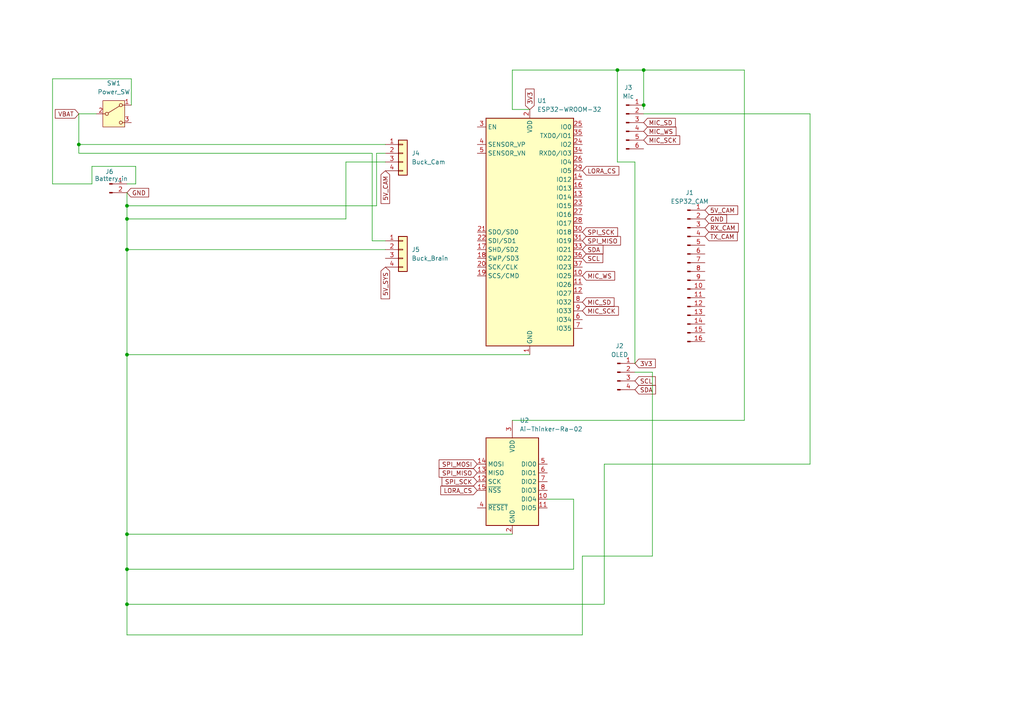
<source format=kicad_sch>
(kicad_sch (version 20250114) (generator "eeschema") (generator_version "9.0")
  (paper "A4")
  (lib_symbols
    (symbol "Connector:Conn_01x02_Pin" (pin_names (offset 1.016) (hide yes))
      (property "Reference" "J" (at 0 2.54 0))
      (property "Value" "Conn_01x02_Pin" (at 0 -5.08 0))
      (symbol "Conn_01x02_Pin_1_1"
        (rectangle (start 0.8636 0.127) (end 0 -0.127) (stroke (width 0.1524)) (fill (type outline)))
        (rectangle (start 0.8636 -2.413) (end 0 -2.667) (stroke (width 0.1524)) (fill (type outline)))
        (polyline (pts (xy 1.27 0) (xy 0.8636 0)) (stroke (width 0.1524)))
        (polyline (pts (xy 1.27 -2.54) (xy 0.8636 -2.54)) (stroke (width 0.1524)))
        (pin passive line (at 5.08 0 180) (length 3.81) (name "Pin_1") (number "1"))
        (pin passive line (at 5.08 -2.54 180) (length 3.81) (name "Pin_2") (number "2"))
      )
    )
    (symbol "Connector:Conn_01x04_Pin" (pin_names (offset 1.016) (hide yes))
      (property "Reference" "J" (at 0 5.08 0))
      (property "Value" "Conn_01x04_Pin" (at 0 -7.62 0))
      (symbol "Conn_01x04_Pin_1_1"
        (rectangle (start 0.8636 2.667) (end 0 2.413) (stroke (width 0.1524)) (fill (type outline)))
        (rectangle (start 0.8636 0.127) (end 0 -0.127) (stroke (width 0.1524)) (fill (type outline)))
        (rectangle (start 0.8636 -2.413) (end 0 -2.667) (stroke (width 0.1524)) (fill (type outline)))
        (rectangle (start 0.8636 -4.953) (end 0 -5.207) (stroke (width 0.1524)) (fill (type outline)))
        (polyline (pts (xy 1.27 2.54) (xy 0.8636 2.54)) (stroke (width 0.1524)))
        (polyline (pts (xy 1.27 0) (xy 0.8636 0)) (stroke (width 0.1524)))
        (polyline (pts (xy 1.27 -2.54) (xy 0.8636 -2.54)) (stroke (width 0.1524)))
        (polyline (pts (xy 1.27 -5.08) (xy 0.8636 -5.08)) (stroke (width 0.1524)))
        (pin passive line (at 5.08 2.54 180) (length 3.81) (name "Pin_1") (number "1"))
        (pin passive line (at 5.08 0 180) (length 3.81) (name "Pin_2") (number "2"))
        (pin passive line (at 5.08 -2.54 180) (length 3.81) (name "Pin_3") (number "3"))
        (pin passive line (at 5.08 -5.08 180) (length 3.81) (name "Pin_4") (number "4"))
      )
    )
    (symbol "Connector:Conn_01x06_Pin" (pin_names (offset 1.016) (hide yes))
      (property "Reference" "J" (at 0 7.62 0))
      (property "Value" "Conn_01x06_Pin" (at 0 -10.16 0))
      (symbol "Conn_01x06_Pin_1_1"
        (rectangle (start 0.8636 5.207) (end 0 4.953) (stroke (width 0.1524)) (fill (type outline)))
        (rectangle (start 0.8636 2.667) (end 0 2.413) (stroke (width 0.1524)) (fill (type outline)))
        (rectangle (start 0.8636 0.127) (end 0 -0.127) (stroke (width 0.1524)) (fill (type outline)))
        (rectangle (start 0.8636 -2.413) (end 0 -2.667) (stroke (width 0.1524)) (fill (type outline)))
        (rectangle (start 0.8636 -4.953) (end 0 -5.207) (stroke (width 0.1524)) (fill (type outline)))
        (rectangle (start 0.8636 -7.493) (end 0 -7.747) (stroke (width 0.1524)) (fill (type outline)))
        (polyline (pts (xy 1.27 5.08) (xy 0.8636 5.08)) (stroke (width 0.1524)))
        (polyline (pts (xy 1.27 2.54) (xy 0.8636 2.54)) (stroke (width 0.1524)))
        (polyline (pts (xy 1.27 0) (xy 0.8636 0)) (stroke (width 0.1524)))
        (polyline (pts (xy 1.27 -2.54) (xy 0.8636 -2.54)) (stroke (width 0.1524)))
        (polyline (pts (xy 1.27 -5.08) (xy 0.8636 -5.08)) (stroke (width 0.1524)))
        (polyline (pts (xy 1.27 -7.62) (xy 0.8636 -7.62)) (stroke (width 0.1524)))
        (pin passive line (at 5.08 5.08 180) (length 3.81) (name "Pin_1") (number "1"))
        (pin passive line (at 5.08 2.54 180) (length 3.81) (name "Pin_2") (number "2"))
        (pin passive line (at 5.08 0 180) (length 3.81) (name "Pin_3") (number "3"))
        (pin passive line (at 5.08 -2.54 180) (length 3.81) (name "Pin_4") (number "4"))
        (pin passive line (at 5.08 -5.08 180) (length 3.81) (name "Pin_5") (number "5"))
        (pin passive line (at 5.08 -7.62 180) (length 3.81) (name "Pin_6") (number "6"))
      )
    )
    (symbol "Connector:Conn_01x16_Pin" (pin_names (offset 1.016) (hide yes))
      (property "Reference" "J" (at 0 20.32 0))
      (property "Value" "Conn_01x16_Pin" (at 0 -22.86 0))
      (symbol "Conn_01x16_Pin_1_1"
        (rectangle (start 0.8636 17.907) (end 0 17.653) (stroke (width 0.1524)) (fill (type outline)))
        (rectangle (start 0.8636 15.367) (end 0 15.113) (stroke (width 0.1524)) (fill (type outline)))
        (rectangle (start 0.8636 12.827) (end 0 12.573) (stroke (width 0.1524)) (fill (type outline)))
        (rectangle (start 0.8636 10.287) (end 0 10.033) (stroke (width 0.1524)) (fill (type outline)))
        (rectangle (start 0.8636 7.747) (end 0 7.493) (stroke (width 0.1524)) (fill (type outline)))
        (rectangle (start 0.8636 5.207) (end 0 4.953) (stroke (width 0.1524)) (fill (type outline)))
        (rectangle (start 0.8636 2.667) (end 0 2.413) (stroke (width 0.1524)) (fill (type outline)))
        (rectangle (start 0.8636 0.127) (end 0 -0.127) (stroke (width 0.1524)) (fill (type outline)))
        (rectangle (start 0.8636 -2.413) (end 0 -2.667) (stroke (width 0.1524)) (fill (type outline)))
        (rectangle (start 0.8636 -4.953) (end 0 -5.207) (stroke (width 0.1524)) (fill (type outline)))
        (rectangle (start 0.8636 -7.493) (end 0 -7.747) (stroke (width 0.1524)) (fill (type outline)))
        (rectangle (start 0.8636 -10.033) (end 0 -10.287) (stroke (width 0.1524)) (fill (type outline)))
        (rectangle (start 0.8636 -12.573) (end 0 -12.827) (stroke (width 0.1524)) (fill (type outline)))
        (rectangle (start 0.8636 -15.113) (end 0 -15.367) (stroke (width 0.1524)) (fill (type outline)))
        (rectangle (start 0.8636 -17.653) (end 0 -17.907) (stroke (width 0.1524)) (fill (type outline)))
        (rectangle (start 0.8636 -20.193) (end 0 -20.447) (stroke (width 0.1524)) (fill (type outline)))
        (polyline (pts (xy 1.27 17.78) (xy 0.8636 17.78)) (stroke (width 0.1524)))
        (polyline (pts (xy 1.27 15.24) (xy 0.8636 15.24)) (stroke (width 0.1524)))
        (polyline (pts (xy 1.27 12.7) (xy 0.8636 12.7)) (stroke (width 0.1524)))
        (polyline (pts (xy 1.27 10.16) (xy 0.8636 10.16)) (stroke (width 0.1524)))
        (polyline (pts (xy 1.27 7.62) (xy 0.8636 7.62)) (stroke (width 0.1524)))
        (polyline (pts (xy 1.27 5.08) (xy 0.8636 5.08)) (stroke (width 0.1524)))
        (polyline (pts (xy 1.27 2.54) (xy 0.8636 2.54)) (stroke (width 0.1524)))
        (polyline (pts (xy 1.27 0) (xy 0.8636 0)) (stroke (width 0.1524)))
        (polyline (pts (xy 1.27 -2.54) (xy 0.8636 -2.54)) (stroke (width 0.1524)))
        (polyline (pts (xy 1.27 -5.08) (xy 0.8636 -5.08)) (stroke (width 0.1524)))
        (polyline (pts (xy 1.27 -7.62) (xy 0.8636 -7.62)) (stroke (width 0.1524)))
        (polyline (pts (xy 1.27 -10.16) (xy 0.8636 -10.16)) (stroke (width 0.1524)))
        (polyline (pts (xy 1.27 -12.7) (xy 0.8636 -12.7)) (stroke (width 0.1524)))
        (polyline (pts (xy 1.27 -15.24) (xy 0.8636 -15.24)) (stroke (width 0.1524)))
        (polyline (pts (xy 1.27 -17.78) (xy 0.8636 -17.78)) (stroke (width 0.1524)))
        (polyline (pts (xy 1.27 -20.32) (xy 0.8636 -20.32)) (stroke (width 0.1524)))
        (pin passive line (at 5.08 17.78 180) (length 3.81) (name "Pin_1") (number "1"))
        (pin passive line (at 5.08 15.24 180) (length 3.81) (name "Pin_2") (number "2"))
        (pin passive line (at 5.08 12.7 180) (length 3.81) (name "Pin_3") (number "3"))
        (pin passive line (at 5.08 10.16 180) (length 3.81) (name "Pin_4") (number "4"))
        (pin passive line (at 5.08 7.62 180) (length 3.81) (name "Pin_5") (number "5"))
        (pin passive line (at 5.08 5.08 180) (length 3.81) (name "Pin_6") (number "6"))
        (pin passive line (at 5.08 2.54 180) (length 3.81) (name "Pin_7") (number "7"))
        (pin passive line (at 5.08 0 180) (length 3.81) (name "Pin_8") (number "8"))
        (pin passive line (at 5.08 -2.54 180) (length 3.81) (name "Pin_9") (number "9"))
        (pin passive line (at 5.08 -5.08 180) (length 3.81) (name "Pin_10") (number "10"))
        (pin passive line (at 5.08 -7.62 180) (length 3.81) (name "Pin_11") (number "11"))
        (pin passive line (at 5.08 -10.16 180) (length 3.81) (name "Pin_12") (number "12"))
        (pin passive line (at 5.08 -12.7 180) (length 3.81) (name "Pin_13") (number "13"))
        (pin passive line (at 5.08 -15.24 180) (length 3.81) (name "Pin_14") (number "14"))
        (pin passive line (at 5.08 -17.78 180) (length 3.81) (name "Pin_15") (number "15"))
        (pin passive line (at 5.08 -20.32 180) (length 3.81) (name "Pin_16") (number "16"))
      )
    )
    (symbol "Connector_Generic:Conn_01x04" (pin_names (offset 1.016) (hide yes))
      (property "Reference" "J" (at 0 5.08 0))
      (property "Value" "Conn_01x04" (at 0 -7.62 0))
      (symbol "Conn_01x04_1_1"
        (rectangle (start -1.27 3.81) (end 1.27 -6.35) (stroke (width 0.254)) (fill (type background)))
        (rectangle (start -1.27 2.667) (end 0 2.413) (stroke (width 0.1524)))
        (rectangle (start -1.27 0.127) (end 0 -0.127) (stroke (width 0.1524)))
        (rectangle (start -1.27 -2.413) (end 0 -2.667) (stroke (width 0.1524)))
        (rectangle (start -1.27 -4.953) (end 0 -5.207) (stroke (width 0.1524)))
        (pin passive line (at -5.08 2.54 0) (length 3.81) (name "Pin_1") (number "1"))
        (pin passive line (at -5.08 0 0) (length 3.81) (name "Pin_2") (number "2"))
        (pin passive line (at -5.08 -2.54 0) (length 3.81) (name "Pin_3") (number "3"))
        (pin passive line (at -5.08 -5.08 0) (length 3.81) (name "Pin_4") (number "4"))
      )
    )
    (symbol "RF_Module:Ai-Thinker-Ra-02"
      (property "Reference" "U" (at 2.54 19.05 0))
      (property "Value" "Ai-Thinker-Ra-02" (at 13.97 -15.24 0))
      (symbol "Ai-Thinker-Ra-02_0_1"
        (rectangle (start -7.62 12.7) (end 7.62 -12.7) (stroke (width 0.254)) (fill (type background)))
      )
      (symbol "Ai-Thinker-Ra-02_1_1"
        (pin input line (at -10.16 5.08 0) (length 2.54) (name "MOSI") (number "14"))
        (pin output line (at -10.16 2.54 0) (length 2.54) (name "MISO") (number "13"))
        (pin input line (at -10.16 0 0) (length 2.54) (name "SCK") (number "12"))
        (pin input line (at -10.16 -2.54 0) (length 2.54) (name "~{NSS}") (number "15"))
        (pin input line (at -10.16 -7.62 0) (length 2.54) (name "~{RESET}") (number "4"))
        (pin power_in line (at 0 17.78 270) (length 5.08) (name "VDD") (number "3"))
        (pin passive line (at 0 -15.24 90) (length 2.54) (hide yes) (name "GND") (number "1"))
        (pin passive line (at 0 -15.24 90) (length 2.54) (hide yes) (name "GND") (number "16"))
        (pin power_in line (at 0 -15.24 90) (length 2.54) (name "GND") (number "2"))
        (pin passive line (at 0 -15.24 90) (length 2.54) (hide yes) (name "GND") (number "9"))
        (pin bidirectional line (at 10.16 5.08 180) (length 2.54) (name "DIO0") (number "5"))
        (pin bidirectional line (at 10.16 2.54 180) (length 2.54) (name "DIO1") (number "6"))
        (pin bidirectional line (at 10.16 0 180) (length 2.54) (name "DIO2") (number "7"))
        (pin bidirectional line (at 10.16 -2.54 180) (length 2.54) (name "DIO3") (number "8"))
        (pin bidirectional line (at 10.16 -5.08 180) (length 2.54) (name "DIO4") (number "10"))
        (pin bidirectional line (at 10.16 -7.62 180) (length 2.54) (name "DIO5") (number "11"))
      )
    )
    (symbol "RF_Module:ESP32-WROOM-32"
      (property "Reference" "U" (at -12.7 34.29 0))
      (property "Value" "ESP32-WROOM-32" (at 1.27 34.29 0))
      (symbol "ESP32-WROOM-32_0_1"
        (rectangle (start -12.7 33.02) (end 12.7 -33.02) (stroke (width 0.254)) (fill (type background)))
      )
      (symbol "ESP32-WROOM-32_1_1"
        (pin input line (at -15.24 30.48 0) (length 2.54) (name "EN") (number "3"))
        (pin input line (at -15.24 25.4 0) (length 2.54) (name "SENSOR_VP") (number "4"))
        (pin input line (at -15.24 22.86 0) (length 2.54) (name "SENSOR_VN") (number "5"))
        (pin bidirectional line (at -15.24 0 0) (length 2.54) (name "SDO/SD0") (number "21"))
        (pin bidirectional line (at -15.24 -2.54 0) (length 2.54) (name "SDI/SD1") (number "22"))
        (pin bidirectional line (at -15.24 -5.08 0) (length 2.54) (name "SHD/SD2") (number "17"))
        (pin bidirectional line (at -15.24 -7.62 0) (length 2.54) (name "SWP/SD3") (number "18"))
        (pin bidirectional line (at -15.24 -10.16 0) (length 2.54) (name "SCK/CLK") (number "20"))
        (pin bidirectional line (at -15.24 -12.7 0) (length 2.54) (name "SCS/CMD") (number "19"))
        (pin no_connect line (at -12.7 -27.94 0) (length 2.54) (hide yes) (name "NC") (number "32"))
        (pin power_in line (at 0 35.56 270) (length 2.54) (name "VDD") (number "2"))
        (pin power_in line (at 0 -35.56 90) (length 2.54) (name "GND") (number "1"))
        (pin passive line (at 0 -35.56 90) (length 2.54) (hide yes) (name "GND") (number "15"))
        (pin passive line (at 0 -35.56 90) (length 2.54) (hide yes) (name "GND") (number "38"))
        (pin passive line (at 0 -35.56 90) (length 2.54) (hide yes) (name "GND") (number "39"))
        (pin bidirectional line (at 15.24 30.48 180) (length 2.54) (name "IO0") (number "25"))
        (pin bidirectional line (at 15.24 27.94 180) (length 2.54) (name "TXD0/IO1") (number "35"))
        (pin bidirectional line (at 15.24 25.4 180) (length 2.54) (name "IO2") (number "24"))
        (pin bidirectional line (at 15.24 22.86 180) (length 2.54) (name "RXD0/IO3") (number "34"))
        (pin bidirectional line (at 15.24 20.32 180) (length 2.54) (name "IO4") (number "26"))
        (pin bidirectional line (at 15.24 17.78 180) (length 2.54) (name "IO5") (number "29"))
        (pin bidirectional line (at 15.24 15.24 180) (length 2.54) (name "IO12") (number "14"))
        (pin bidirectional line (at 15.24 12.7 180) (length 2.54) (name "IO13") (number "16"))
        (pin bidirectional line (at 15.24 10.16 180) (length 2.54) (name "IO14") (number "13"))
        (pin bidirectional line (at 15.24 7.62 180) (length 2.54) (name "IO15") (number "23"))
        (pin bidirectional line (at 15.24 5.08 180) (length 2.54) (name "IO16") (number "27"))
        (pin bidirectional line (at 15.24 2.54 180) (length 2.54) (name "IO17") (number "28"))
        (pin bidirectional line (at 15.24 0 180) (length 2.54) (name "IO18") (number "30"))
        (pin bidirectional line (at 15.24 -2.54 180) (length 2.54) (name "IO19") (number "31"))
        (pin bidirectional line (at 15.24 -5.08 180) (length 2.54) (name "IO21") (number "33"))
        (pin bidirectional line (at 15.24 -7.62 180) (length 2.54) (name "IO22") (number "36"))
        (pin bidirectional line (at 15.24 -10.16 180) (length 2.54) (name "IO23") (number "37"))
        (pin bidirectional line (at 15.24 -12.7 180) (length 2.54) (name "IO25") (number "10"))
        (pin bidirectional line (at 15.24 -15.24 180) (length 2.54) (name "IO26") (number "11"))
        (pin bidirectional line (at 15.24 -17.78 180) (length 2.54) (name "IO27") (number "12"))
        (pin bidirectional line (at 15.24 -20.32 180) (length 2.54) (name "IO32") (number "8"))
        (pin bidirectional line (at 15.24 -22.86 180) (length 2.54) (name "IO33") (number "9"))
        (pin input line (at 15.24 -25.4 180) (length 2.54) (name "IO34") (number "6"))
        (pin input line (at 15.24 -27.94 180) (length 2.54) (name "IO35") (number "7"))
      )
    )
    (symbol "Switch:SW_SPDT" (pin_names (offset 0) (hide yes))
      (property "Reference" "SW" (at 0 5.08 0))
      (property "Value" "SW_SPDT" (at 0 -5.08 0))
      (symbol "SW_SPDT_0_1"
        (circle (center -2.032 0) (radius 0.4572))
        (polyline (pts (xy -1.651 0.254) (xy 1.651 2.286)))
        (circle (center 2.032 2.54) (radius 0.4572))
        (circle (center 2.032 -2.54) (radius 0.4572))
      )
      (symbol "SW_SPDT_1_1"
        (rectangle (start -3.175 3.81) (end 3.175 -3.81) (fill (type background)))
        (pin passive line (at -5.08 0 0) (length 2.54) (name "B") (number "2"))
        (pin passive line (at 5.08 2.54 180) (length 2.54) (name "A") (number "1"))
        (pin passive line (at 5.08 -2.54 180) (length 2.54) (name "C") (number "3"))
      )
    )
  )
  (junction (at 36.83 165.1))
  (junction (at 36.83 63.5))
  (junction (at 22.86 41.91))
  (junction (at 179.07 20.32))
  (junction (at 36.83 72.39))
  (junction (at 36.83 59.69))
  (junction (at 36.83 175.26))
  (junction (at 186.69 30.48))
  (junction (at 186.69 20.32))
  (junction (at 36.83 102.87))
  (junction (at 36.83 154.94))
  (wire (pts (xy 107.95 44.45) (xy 22.86 44.45)))
  (wire (pts (xy 186.69 30.48) (xy 186.69 31.75)))
  (wire (pts (xy 15.24 22.86) (xy 38.1 22.86)))
  (wire (pts (xy 26.67 53.34) (xy 26.67 48.26)))
  (wire (pts (xy 100.33 63.5) (xy 36.83 63.5)))
  (wire (pts (xy 168.91 161.29) (xy 168.91 184.15)))
  (wire (pts (xy 186.69 20.32) (xy 186.69 30.48)))
  (wire (pts (xy -38.1 72.39) (xy -38.1 76.2)))
  (wire (pts (xy 153.67 102.87) (xy 36.83 102.87)))
  (wire (pts (xy 168.91 161.29) (xy 189.23 161.29)))
  (wire (pts (xy 166.37 144.78) (xy 166.37 165.1)))
  (wire (pts (xy 109.22 44.45) (xy 109.22 59.69)))
  (wire (pts (xy 234.95 134.62) (xy 234.95 33.02)))
  (wire (pts (xy 158.75 144.78) (xy 166.37 144.78)))
  (wire (pts (xy 100.33 46.99) (xy 100.33 63.5)))
  (wire (pts (xy 184.15 107.95) (xy 189.23 107.95)))
  (wire (pts (xy 148.59 31.75) (xy 153.67 31.75)))
  (wire (pts (xy 26.67 48.26) (xy 39.37 48.26)))
  (wire (pts (xy 111.76 46.99) (xy 100.33 46.99)))
  (wire (pts (xy 36.83 165.1) (xy 36.83 175.26)))
  (wire (pts (xy 111.76 41.91) (xy 22.86 41.91)))
  (wire (pts (xy 189.23 107.95) (xy 189.23 161.29)))
  (wire (pts (xy 186.69 20.32) (xy 215.9 20.32)))
  (wire (pts (xy 184.15 105.41) (xy 184.15 46.99)))
  (wire (pts (xy 22.86 33.02) (xy 27.94 33.02)))
  (wire (pts (xy 15.24 22.86) (xy 15.24 53.34)))
  (wire (pts (xy 36.83 175.26) (xy 175.26 175.26)))
  (wire (pts (xy 38.1 22.86) (xy 38.1 30.48)))
  (wire (pts (xy 22.86 33.02) (xy 22.86 41.91)))
  (wire (pts (xy 109.22 59.69) (xy 36.83 59.69)))
  (wire (pts (xy 36.83 63.5) (xy 36.83 72.39)))
  (wire (pts (xy 36.83 72.39) (xy 36.83 102.87)))
  (wire (pts (xy 166.37 165.1) (xy 36.83 165.1)))
  (wire (pts (xy 215.9 121.92) (xy 148.59 121.92)))
  (wire (pts (xy 148.59 154.94) (xy 36.83 154.94)))
  (wire (pts (xy 36.83 175.26) (xy 36.83 184.15)))
  (wire (pts (xy 36.83 55.88) (xy 36.83 59.69)))
  (wire (pts (xy 234.95 33.02) (xy 186.69 33.02)))
  (wire (pts (xy 109.22 44.45) (xy 111.76 44.45)))
  (wire (pts (xy 175.26 134.62) (xy 234.95 134.62)))
  (wire (pts (xy 36.83 154.94) (xy 36.83 165.1)))
  (wire (pts (xy 168.91 184.15) (xy 36.83 184.15)))
  (wire (pts (xy 107.95 69.85) (xy 107.95 44.45)))
  (wire (pts (xy 36.83 59.69) (xy 36.83 63.5)))
  (wire (pts (xy 148.59 20.32) (xy 148.59 31.75)))
  (wire (pts (xy 215.9 20.32) (xy 215.9 121.92)))
  (wire (pts (xy 36.83 102.87) (xy 36.83 154.94)))
  (wire (pts (xy 111.76 72.39) (xy 36.83 72.39)))
  (wire (pts (xy 39.37 48.26) (xy 39.37 53.34)))
  (wire (pts (xy 111.76 69.85) (xy 107.95 69.85)))
  (wire (pts (xy 22.86 41.91) (xy 22.86 44.45)))
  (wire (pts (xy 15.24 53.34) (xy 26.67 53.34)))
  (wire (pts (xy 179.07 46.99) (xy 179.07 20.32)))
  (wire (pts (xy 175.26 175.26) (xy 175.26 134.62)))
  (wire (pts (xy 148.59 20.32) (xy 179.07 20.32)))
  (wire (pts (xy 184.15 46.99) (xy 179.07 46.99)))
  (wire (pts (xy 39.37 53.34) (xy 36.83 53.34)))
  (wire (pts (xy 179.07 20.32) (xy 186.69 20.32)))
  (global_label "TX_CAM" (shape input) (at 204.47 68.58 0) (property "Intersheetrefs" "${INTERSHEET_REFS}" (effects (hide yes))))
  (global_label "LORA_CS" (shape input) (at 138.43 142.24 180) (property "Intersheetrefs" "${INTERSHEET_REFS}" (effects (hide yes))))
  (global_label "SPI_SCK" (shape input) (at 138.43 139.7 180) (property "Intersheetrefs" "${INTERSHEET_REFS}" (effects (hide yes))))
  (global_label "SPI_SCK" (shape input) (at 168.91 67.31 0) (property "Intersheetrefs" "${INTERSHEET_REFS}" (effects (hide yes))))
  (global_label "MIC_WS" (shape input) (at 168.91 80.01 0) (property "Intersheetrefs" "${INTERSHEET_REFS}" (effects (hide yes))))
  (global_label "SCL" (shape input) (at 184.15 110.49 0) (property "Intersheetrefs" "${INTERSHEET_REFS}" (effects (hide yes))))
  (global_label "3V3" (shape input) (at 184.15 105.41 0) (property "Intersheetrefs" "${INTERSHEET_REFS}" (effects (hide yes))))
  (global_label "LORA_CS" (shape input) (at 168.91 49.53 0) (property "Intersheetrefs" "${INTERSHEET_REFS}" (effects (hide yes))))
  (global_label "MIC_WS" (shape input) (at 186.69 38.1 0) (property "Intersheetrefs" "${INTERSHEET_REFS}" (effects (hide yes))))
  (global_label "5V_CAM" (shape input) (at 111.76 49.53 270) (property "Intersheetrefs" "${INTERSHEET_REFS}" (effects (hide yes))))
  (global_label "MIC_SCK" (shape input) (at 186.69 40.64 0) (property "Intersheetrefs" "${INTERSHEET_REFS}" (effects (hide yes))))
  (global_label "MIC_SD" (shape input) (at 186.69 35.56 0) (property "Intersheetrefs" "${INTERSHEET_REFS}" (effects (hide yes))))
  (global_label "SPI_MISO" (shape input) (at 168.91 69.85 0) (property "Intersheetrefs" "${INTERSHEET_REFS}" (effects (hide yes))))
  (global_label "SPI_MOSI" (shape input) (at 138.43 134.62 180) (property "Intersheetrefs" "${INTERSHEET_REFS}" (effects (hide yes))))
  (global_label "5V_CAM" (shape input) (at 204.47 60.96 0) (property "Intersheetrefs" "${INTERSHEET_REFS}" (effects (hide yes))))
  (global_label "5V_SYS" (shape input) (at 111.76 77.47 270) (property "Intersheetrefs" "${INTERSHEET_REFS}" (effects (hide yes))))
  (global_label "3V3" (shape input) (at 153.67 31.75 90) (property "Intersheetrefs" "${INTERSHEET_REFS}" (effects (hide yes))))
  (global_label "SPI_MISO" (shape input) (at 138.43 137.16 180) (property "Intersheetrefs" "${INTERSHEET_REFS}" (effects (hide yes))))
  (global_label "SDA" (shape input) (at 184.15 113.03 0) (property "Intersheetrefs" "${INTERSHEET_REFS}" (effects (hide yes))))
  (global_label "RX_CAM" (shape input) (at 204.47 66.04 0) (property "Intersheetrefs" "${INTERSHEET_REFS}" (effects (hide yes))))
  (global_label "SCL" (shape input) (at 168.91 74.93 0) (property "Intersheetrefs" "${INTERSHEET_REFS}" (effects (hide yes))))
  (global_label "SDA" (shape input) (at 168.91 72.39 0) (property "Intersheetrefs" "${INTERSHEET_REFS}" (effects (hide yes))))
  (global_label "GND" (shape input) (at 36.83 55.88 0) (property "Intersheetrefs" "${INTERSHEET_REFS}" (effects (hide yes))))
  (global_label "GND" (shape input) (at 204.47 63.5 0) (property "Intersheetrefs" "${INTERSHEET_REFS}" (effects (hide yes))))
  (global_label "MIC_SCK" (shape input) (at 168.91 90.17 0) (property "Intersheetrefs" "${INTERSHEET_REFS}" (effects (hide yes))))
  (global_label "MIC_SD" (shape input) (at 168.91 87.63 0) (property "Intersheetrefs" "${INTERSHEET_REFS}" (effects (hide yes))))
  (global_label "VBAT" (shape input) (at 22.86 33.02 180) (property "Intersheetrefs" "${INTERSHEET_REFS}" (effects (hide yes))))
  (symbol (lib_id "RF_Module:Ai-Thinker-Ra-02") (at 148.59 139.7 0) (unit 1)
    (property "Reference" "U2" (at 150.7333 121.92 0) (effects (justify left)))
    (property "Value" "Ai-Thinker-Ra-02" (at 150.7333 124.46 0) (effects (justify left)))
    (property "Footprint" "RF_Module:Ai-Thinker-Ra-01-LoRa" (effects (hide yes)))
    (property "Datasheet" "http://wiki.ai-thinker.com/_media/lora/docs/c048ps01a1_ra-02_product_specification_v1.1.pdf" (effects (hide yes)))
    (property "Description" "Ai-Thinker Ra-02 410-525 MHz LoRa Module, SPI interface, U.FL antenna connector" (effects (hide yes)))
  )
  (symbol (lib_id "RF_Module:ESP32-WROOM-32") (at 153.67 67.31 0) (unit 1)
    (property "Reference" "U1" (at 155.8133 29.21 0) (effects (justify left)))
    (property "Value" "ESP32-WROOM-32" (at 155.8133 31.75 0) (effects (justify left)))
    (property "Footprint" "RF_Module:ESP32-WROOM-32" (effects (hide yes)))
    (property "Datasheet" "https://www.espressif.com/sites/default/files/documentation/esp32-wroom-32_datasheet_en.pdf" (effects (hide yes)))
    (property "Description" "RF Module, ESP32-D0WDQ6 SoC, Wi-Fi 802.11b/g/n, Bluetooth, BLE, 32-bit, 2.7-3.6V, onboard antenna, SMD" (effects (hide yes)))
  )
  (symbol (lib_id "Connector:Conn_01x04_Pin") (at 179.07 107.95 0) (unit 1)
    (property "Reference" "J2" (at 179.705 100.33 0))
    (property "Value" "OLED" (at 179.705 102.87 0))
    (property "Description" "Generic connector, single row, 01x04, script generated" (effects (hide yes)))
  )
  (symbol (lib_id "Connector_Generic:Conn_01x04") (at 116.84 72.39 0) (unit 1)
    (property "Reference" "J5" (at 119.38 72.3899 0) (effects (justify left)))
    (property "Value" "Buck_Brain" (at 119.38 74.9299 0) (effects (justify left)))
    (property "Description" "Generic connector, single row, 01x04, script generated (kicad-library-utils/schlib/autogen/connector/)" (effects (hide yes)))
  )
  (symbol (lib_id "Connector_Generic:Conn_01x04") (at 116.84 44.45 0) (unit 1)
    (property "Reference" "J4" (at 119.38 44.4499 0) (effects (justify left)))
    (property "Value" "Buck_Cam" (at 119.38 46.9899 0) (effects (justify left)))
    (property "Description" "Generic connector, single row, 01x04, script generated (kicad-library-utils/schlib/autogen/connector/)" (effects (hide yes)))
  )
  (symbol (lib_id "Connector:Conn_01x06_Pin") (at 181.61 35.56 0) (unit 1)
    (property "Reference" "J3" (at 182.245 25.4 0))
    (property "Value" "Mic" (at 182.245 27.94 0))
    (property "Description" "Generic connector, single row, 01x06, script generated" (effects (hide yes)))
  )
  (symbol (lib_id "Switch:SW_SPDT") (at 33.02 33.02 0) (unit 1)
    (property "Reference" "SW1" (at 33.02 24.13 0))
    (property "Value" "Power_SW" (at 33.02 26.67 0))
    (property "Description" "Switch, single pole double throw" (effects (hide yes)))
  )
  (symbol (lib_id "Connector:Conn_01x02_Pin") (at 31.75 53.34 0) (unit 1)
    (property "Reference" "J6" (at 31.75 49.784 0))
    (property "Value" "Battery_in" (at 32.258 51.816 0))
    (property "Description" "Generic connector, single row, 01x02, script generated" (effects (hide yes)))
  )
  (symbol (lib_id "Connector:Conn_01x16_Pin") (at 199.39 78.74 0) (unit 1)
    (property "Reference" "J1" (at 200.025 55.88 0))
    (property "Value" "ESP32_CAM" (at 200.025 58.42 0))
    (property "Description" "Generic connector, single row, 01x16, script generated" (effects (hide yes)))
  )
)
</source>
